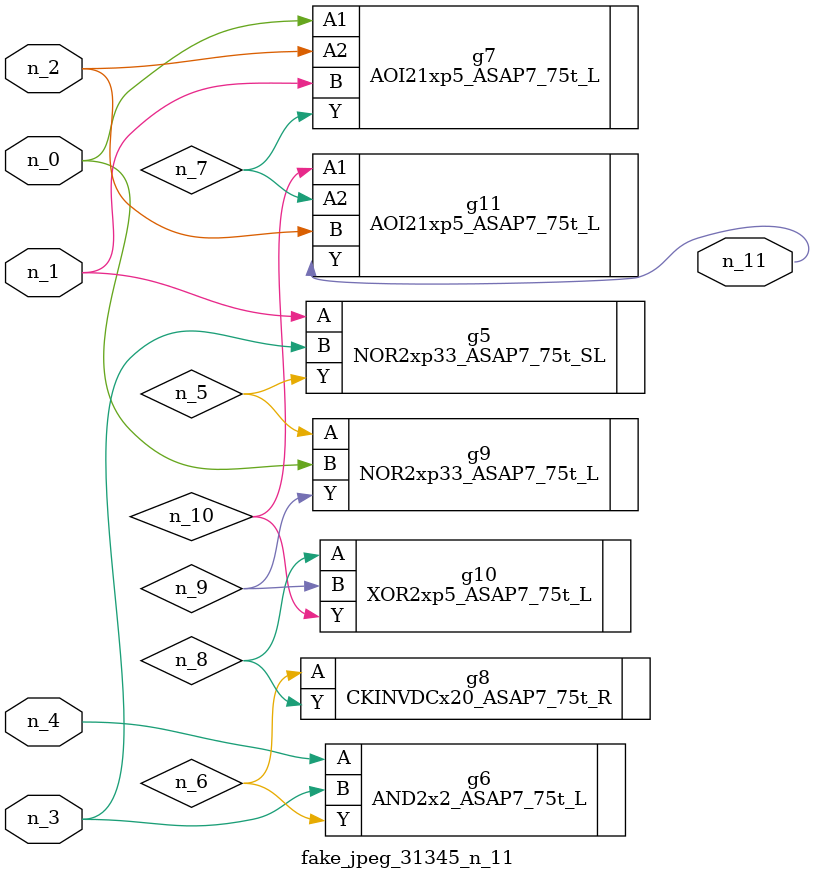
<source format=v>
module fake_jpeg_31345_n_11 (n_3, n_2, n_1, n_0, n_4, n_11);

input n_3;
input n_2;
input n_1;
input n_0;
input n_4;

output n_11;

wire n_10;
wire n_8;
wire n_9;
wire n_6;
wire n_5;
wire n_7;

NOR2xp33_ASAP7_75t_SL g5 ( 
.A(n_1),
.B(n_3),
.Y(n_5)
);

AND2x2_ASAP7_75t_L g6 ( 
.A(n_4),
.B(n_3),
.Y(n_6)
);

AOI21xp5_ASAP7_75t_L g7 ( 
.A1(n_0),
.A2(n_2),
.B(n_1),
.Y(n_7)
);

CKINVDCx20_ASAP7_75t_R g8 ( 
.A(n_6),
.Y(n_8)
);

XOR2xp5_ASAP7_75t_L g10 ( 
.A(n_8),
.B(n_9),
.Y(n_10)
);

NOR2xp33_ASAP7_75t_L g9 ( 
.A(n_5),
.B(n_0),
.Y(n_9)
);

AOI21xp5_ASAP7_75t_L g11 ( 
.A1(n_10),
.A2(n_7),
.B(n_2),
.Y(n_11)
);


endmodule
</source>
